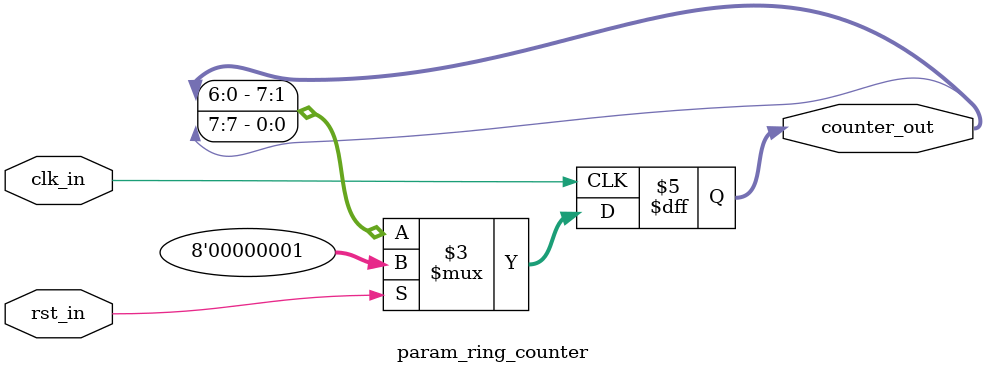
<source format=sv>
module param_ring_counter #(
    parameter CNT_WIDTH = 8
)(
    input wire clk_in,
    input wire rst_in,
    output reg [CNT_WIDTH-1:0] counter_out
);
    always @(posedge clk_in) begin
        if (rst_in)
            counter_out <= {{(CNT_WIDTH-1){1'b0}}, 1'b1};
        else
            counter_out <= {counter_out[CNT_WIDTH-2:0], counter_out[CNT_WIDTH-1]};
    end
endmodule
</source>
